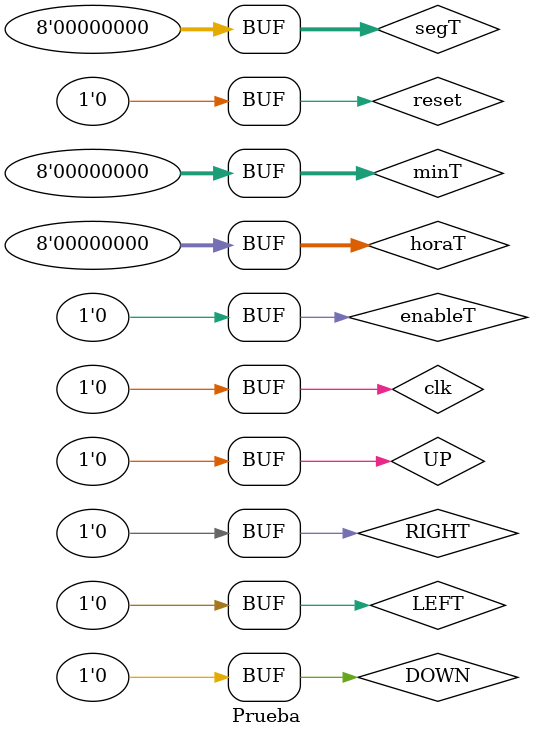
<source format=v>
`timescale 1ns / 1ps


module Prueba;

	// Inputs
	reg enableT;
	reg clk;
	reg reset;
	reg UP;
	reg DOWN;
	reg LEFT;
	reg RIGHT;
	reg [7:0] horaT;
	reg [7:0] minT;
	reg [7:0] segT;

	// Outputs
	wire [7:0] Direccion0;
	wire flagprincipal;
	wire A_DT;
	wire W_RT;

	// Instantiate the Unit Under Test (UUT)
	MaquinaTiempo uut (
		.enableT(enableT), 
		.clk(clk), 
		.reset(reset), 
		.UP(UP), 
		.DOWN(DOWN), 
		.LEFT(LEFT), 
		.RIGHT(RIGHT), 
		.horaT(horaT), 
		.minT(minT), 
		.segT(segT), 
		.Direccion0(Direccion0), 
		.flagprincipal(flagprincipal), 
		.A_DT(A_DT), 
		.W_RT(W_RT)
	);

	initial begin
		// Initialize Inputs
		enableT = 0;
		clk = 0;
		reset = 0;
		UP = 0;
		DOWN = 0;
		LEFT = 0;
		RIGHT = 0;
		horaT = 0;
		minT = 0;
		segT = 0;

		// Wait 100 ns for global reset to finish
		#100;
        
		// Add stimulus here

	end
      
endmodule


</source>
